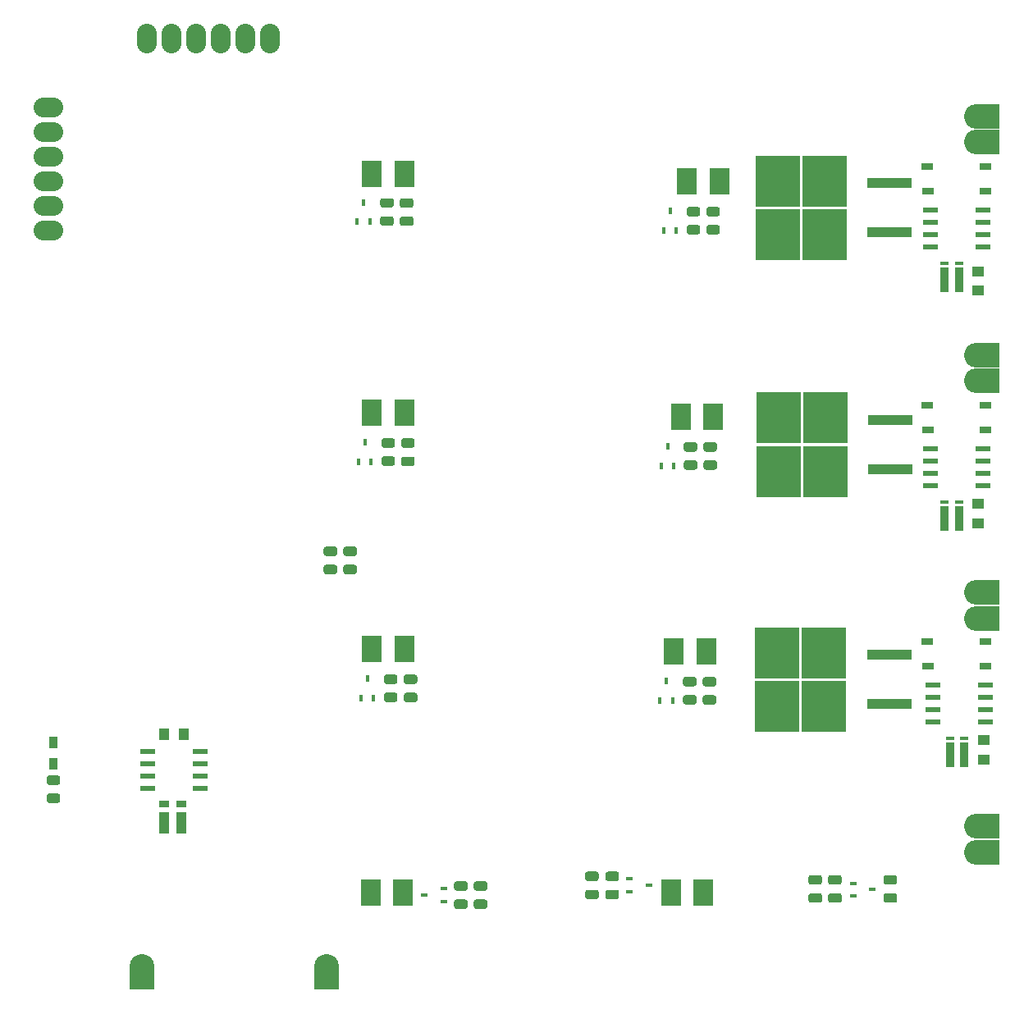
<source format=gbr>
%TF.GenerationSoftware,KiCad,Pcbnew,(5.1.9)-1*%
%TF.CreationDate,2021-06-30T11:05:27-04:00*%
%TF.ProjectId,charging_board_relay,63686172-6769-46e6-975f-626f6172645f,rev?*%
%TF.SameCoordinates,Original*%
%TF.FileFunction,Paste,Top*%
%TF.FilePolarity,Positive*%
%FSLAX46Y46*%
G04 Gerber Fmt 4.6, Leading zero omitted, Abs format (unit mm)*
G04 Created by KiCad (PCBNEW (5.1.9)-1) date 2021-06-30 11:05:27*
%MOMM*%
%LPD*%
G01*
G04 APERTURE LIST*
%ADD10R,1.200000X0.800000*%
%ADD11R,2.159000X2.743200*%
%ADD12R,1.000000X1.250000*%
%ADD13R,1.250000X1.000000*%
%ADD14R,0.900000X1.200000*%
%ADD15O,2.540000X3.556000*%
%ADD16R,2.540000X1.778000*%
%ADD17O,3.048000X2.032000*%
%ADD18O,2.032000X3.048000*%
%ADD19R,1.000000X2.320000*%
%ADD20R,1.000000X0.800000*%
%ADD21R,0.940000X2.650000*%
%ADD22R,0.940000X0.350000*%
%ADD23R,4.550000X5.250000*%
%ADD24R,4.600000X1.100000*%
%ADD25R,1.550000X0.600000*%
%ADD26O,3.556000X2.540000*%
%ADD27R,1.778000X2.540000*%
%ADD28R,0.450000X0.700000*%
%ADD29R,0.700000X0.450000*%
G04 APERTURE END LIST*
D10*
%TO.C,K9*%
X162718000Y-65786000D03*
X156718000Y-65786000D03*
X156749000Y-68326000D03*
X162718000Y-68326000D03*
%TD*%
%TO.C,K10*%
X162718000Y-90424000D03*
X156718000Y-90424000D03*
X156749000Y-92964000D03*
X162718000Y-92964000D03*
%TD*%
%TO.C,K11*%
X162718000Y-114808000D03*
X156718000Y-114808000D03*
X156749000Y-117348000D03*
X162718000Y-117348000D03*
%TD*%
D11*
%TO.C,D7*%
X130556000Y-115824000D03*
X133908800Y-115824000D03*
%TD*%
%TO.C,D3*%
X102768400Y-115570000D03*
X99415600Y-115570000D03*
%TD*%
%TO.C,R17*%
G36*
G01*
X134163750Y-69949000D02*
X135076250Y-69949000D01*
G75*
G02*
X135320000Y-70192750I0J-243750D01*
G01*
X135320000Y-70680250D01*
G75*
G02*
X135076250Y-70924000I-243750J0D01*
G01*
X134163750Y-70924000D01*
G75*
G02*
X133920000Y-70680250I0J243750D01*
G01*
X133920000Y-70192750D01*
G75*
G02*
X134163750Y-69949000I243750J0D01*
G01*
G37*
G36*
G01*
X134163750Y-71824000D02*
X135076250Y-71824000D01*
G75*
G02*
X135320000Y-72067750I0J-243750D01*
G01*
X135320000Y-72555250D01*
G75*
G02*
X135076250Y-72799000I-243750J0D01*
G01*
X134163750Y-72799000D01*
G75*
G02*
X133920000Y-72555250I0J243750D01*
G01*
X133920000Y-72067750D01*
G75*
G02*
X134163750Y-71824000I243750J0D01*
G01*
G37*
%TD*%
D12*
%TO.C,C1*%
X77994000Y-124333000D03*
X79994000Y-124333000D03*
%TD*%
D13*
%TO.C,C2*%
X161925000Y-78597000D03*
X161925000Y-76597000D03*
%TD*%
%TO.C,C3*%
X161925000Y-102600000D03*
X161925000Y-100600000D03*
%TD*%
%TO.C,C4*%
X162560000Y-124984000D03*
X162560000Y-126984000D03*
%TD*%
D11*
%TO.C,D1*%
X102768400Y-66548000D03*
X99415600Y-66548000D03*
%TD*%
%TO.C,D2*%
X102768400Y-91186000D03*
X99415600Y-91186000D03*
%TD*%
%TO.C,D4*%
X99288600Y-140716000D03*
X102641400Y-140716000D03*
%TD*%
%TO.C,D5*%
X131927600Y-67310000D03*
X135280400Y-67310000D03*
%TD*%
%TO.C,D6*%
X131267200Y-91567000D03*
X134620000Y-91567000D03*
%TD*%
%TO.C,D8*%
X130276600Y-140716000D03*
X133629400Y-140716000D03*
%TD*%
D14*
%TO.C,D9*%
X66548000Y-125222000D03*
X66548000Y-127422000D03*
%TD*%
D15*
%TO.C,J1*%
X75692000Y-148844000D03*
D16*
X75692000Y-149860000D03*
%TD*%
%TO.C,J3*%
X94742000Y-149860000D03*
D15*
X94742000Y-148844000D03*
%TD*%
D17*
%TO.C,J4*%
X66040000Y-72390000D03*
X66040000Y-69850000D03*
X66040000Y-67310000D03*
X66040000Y-64770000D03*
X66040000Y-62230000D03*
X66040000Y-59690000D03*
%TD*%
D18*
%TO.C,J5*%
X88900000Y-52578000D03*
X86360000Y-52578000D03*
X83820000Y-52578000D03*
X81280000Y-52578000D03*
X78740000Y-52578000D03*
X76200000Y-52578000D03*
%TD*%
%TO.C,R2*%
G36*
G01*
X97611250Y-105976000D02*
X96698750Y-105976000D01*
G75*
G02*
X96455000Y-105732250I0J243750D01*
G01*
X96455000Y-105244750D01*
G75*
G02*
X96698750Y-105001000I243750J0D01*
G01*
X97611250Y-105001000D01*
G75*
G02*
X97855000Y-105244750I0J-243750D01*
G01*
X97855000Y-105732250D01*
G75*
G02*
X97611250Y-105976000I-243750J0D01*
G01*
G37*
G36*
G01*
X97611250Y-107851000D02*
X96698750Y-107851000D01*
G75*
G02*
X96455000Y-107607250I0J243750D01*
G01*
X96455000Y-107119750D01*
G75*
G02*
X96698750Y-106876000I243750J0D01*
G01*
X97611250Y-106876000D01*
G75*
G02*
X97855000Y-107119750I0J-243750D01*
G01*
X97855000Y-107607250D01*
G75*
G02*
X97611250Y-107851000I-243750J0D01*
G01*
G37*
%TD*%
%TO.C,R3*%
G36*
G01*
X95579250Y-107851000D02*
X94666750Y-107851000D01*
G75*
G02*
X94423000Y-107607250I0J243750D01*
G01*
X94423000Y-107119750D01*
G75*
G02*
X94666750Y-106876000I243750J0D01*
G01*
X95579250Y-106876000D01*
G75*
G02*
X95823000Y-107119750I0J-243750D01*
G01*
X95823000Y-107607250D01*
G75*
G02*
X95579250Y-107851000I-243750J0D01*
G01*
G37*
G36*
G01*
X95579250Y-105976000D02*
X94666750Y-105976000D01*
G75*
G02*
X94423000Y-105732250I0J243750D01*
G01*
X94423000Y-105244750D01*
G75*
G02*
X94666750Y-105001000I243750J0D01*
G01*
X95579250Y-105001000D01*
G75*
G02*
X95823000Y-105244750I0J-243750D01*
G01*
X95823000Y-105732250D01*
G75*
G02*
X95579250Y-105976000I-243750J0D01*
G01*
G37*
%TD*%
D19*
%TO.C,R4*%
X78006000Y-133512000D03*
X79756000Y-133512000D03*
D20*
X78006000Y-131572000D03*
X79756000Y-131572000D03*
%TD*%
%TO.C,R9*%
G36*
G01*
X102540750Y-69060000D02*
X103453250Y-69060000D01*
G75*
G02*
X103697000Y-69303750I0J-243750D01*
G01*
X103697000Y-69791250D01*
G75*
G02*
X103453250Y-70035000I-243750J0D01*
G01*
X102540750Y-70035000D01*
G75*
G02*
X102297000Y-69791250I0J243750D01*
G01*
X102297000Y-69303750D01*
G75*
G02*
X102540750Y-69060000I243750J0D01*
G01*
G37*
G36*
G01*
X102540750Y-70935000D02*
X103453250Y-70935000D01*
G75*
G02*
X103697000Y-71178750I0J-243750D01*
G01*
X103697000Y-71666250D01*
G75*
G02*
X103453250Y-71910000I-243750J0D01*
G01*
X102540750Y-71910000D01*
G75*
G02*
X102297000Y-71666250I0J243750D01*
G01*
X102297000Y-71178750D01*
G75*
G02*
X102540750Y-70935000I243750J0D01*
G01*
G37*
%TD*%
%TO.C,R10*%
G36*
G01*
X102667750Y-93837700D02*
X103580250Y-93837700D01*
G75*
G02*
X103824000Y-94081450I0J-243750D01*
G01*
X103824000Y-94568950D01*
G75*
G02*
X103580250Y-94812700I-243750J0D01*
G01*
X102667750Y-94812700D01*
G75*
G02*
X102424000Y-94568950I0J243750D01*
G01*
X102424000Y-94081450D01*
G75*
G02*
X102667750Y-93837700I243750J0D01*
G01*
G37*
G36*
G01*
X102667750Y-95712700D02*
X103580250Y-95712700D01*
G75*
G02*
X103824000Y-95956450I0J-243750D01*
G01*
X103824000Y-96443950D01*
G75*
G02*
X103580250Y-96687700I-243750J0D01*
G01*
X102667750Y-96687700D01*
G75*
G02*
X102424000Y-96443950I0J243750D01*
G01*
X102424000Y-95956450D01*
G75*
G02*
X102667750Y-95712700I243750J0D01*
G01*
G37*
%TD*%
%TO.C,R11*%
G36*
G01*
X102947150Y-118211300D02*
X103859650Y-118211300D01*
G75*
G02*
X104103400Y-118455050I0J-243750D01*
G01*
X104103400Y-118942550D01*
G75*
G02*
X103859650Y-119186300I-243750J0D01*
G01*
X102947150Y-119186300D01*
G75*
G02*
X102703400Y-118942550I0J243750D01*
G01*
X102703400Y-118455050D01*
G75*
G02*
X102947150Y-118211300I243750J0D01*
G01*
G37*
G36*
G01*
X102947150Y-120086300D02*
X103859650Y-120086300D01*
G75*
G02*
X104103400Y-120330050I0J-243750D01*
G01*
X104103400Y-120817550D01*
G75*
G02*
X103859650Y-121061300I-243750J0D01*
G01*
X102947150Y-121061300D01*
G75*
G02*
X102703400Y-120817550I0J243750D01*
G01*
X102703400Y-120330050D01*
G75*
G02*
X102947150Y-120086300I243750J0D01*
G01*
G37*
%TD*%
%TO.C,R12*%
G36*
G01*
X110160750Y-139545000D02*
X111073250Y-139545000D01*
G75*
G02*
X111317000Y-139788750I0J-243750D01*
G01*
X111317000Y-140276250D01*
G75*
G02*
X111073250Y-140520000I-243750J0D01*
G01*
X110160750Y-140520000D01*
G75*
G02*
X109917000Y-140276250I0J243750D01*
G01*
X109917000Y-139788750D01*
G75*
G02*
X110160750Y-139545000I243750J0D01*
G01*
G37*
G36*
G01*
X110160750Y-141420000D02*
X111073250Y-141420000D01*
G75*
G02*
X111317000Y-141663750I0J-243750D01*
G01*
X111317000Y-142151250D01*
G75*
G02*
X111073250Y-142395000I-243750J0D01*
G01*
X110160750Y-142395000D01*
G75*
G02*
X109917000Y-142151250I0J243750D01*
G01*
X109917000Y-141663750D01*
G75*
G02*
X110160750Y-141420000I243750J0D01*
G01*
G37*
%TD*%
%TO.C,R18*%
G36*
G01*
X133858950Y-94229100D02*
X134771450Y-94229100D01*
G75*
G02*
X135015200Y-94472850I0J-243750D01*
G01*
X135015200Y-94960350D01*
G75*
G02*
X134771450Y-95204100I-243750J0D01*
G01*
X133858950Y-95204100D01*
G75*
G02*
X133615200Y-94960350I0J243750D01*
G01*
X133615200Y-94472850D01*
G75*
G02*
X133858950Y-94229100I243750J0D01*
G01*
G37*
G36*
G01*
X133858950Y-96104100D02*
X134771450Y-96104100D01*
G75*
G02*
X135015200Y-96347850I0J-243750D01*
G01*
X135015200Y-96835350D01*
G75*
G02*
X134771450Y-97079100I-243750J0D01*
G01*
X133858950Y-97079100D01*
G75*
G02*
X133615200Y-96835350I0J243750D01*
G01*
X133615200Y-96347850D01*
G75*
G02*
X133858950Y-96104100I243750J0D01*
G01*
G37*
%TD*%
%TO.C,R19*%
G36*
G01*
X133782750Y-120338000D02*
X134695250Y-120338000D01*
G75*
G02*
X134939000Y-120581750I0J-243750D01*
G01*
X134939000Y-121069250D01*
G75*
G02*
X134695250Y-121313000I-243750J0D01*
G01*
X133782750Y-121313000D01*
G75*
G02*
X133539000Y-121069250I0J243750D01*
G01*
X133539000Y-120581750D01*
G75*
G02*
X133782750Y-120338000I243750J0D01*
G01*
G37*
G36*
G01*
X133782750Y-118463000D02*
X134695250Y-118463000D01*
G75*
G02*
X134939000Y-118706750I0J-243750D01*
G01*
X134939000Y-119194250D01*
G75*
G02*
X134695250Y-119438000I-243750J0D01*
G01*
X133782750Y-119438000D01*
G75*
G02*
X133539000Y-119194250I0J243750D01*
G01*
X133539000Y-118706750D01*
G75*
G02*
X133782750Y-118463000I243750J0D01*
G01*
G37*
%TD*%
%TO.C,R20*%
G36*
G01*
X121654250Y-138544000D02*
X122566750Y-138544000D01*
G75*
G02*
X122810500Y-138787750I0J-243750D01*
G01*
X122810500Y-139275250D01*
G75*
G02*
X122566750Y-139519000I-243750J0D01*
G01*
X121654250Y-139519000D01*
G75*
G02*
X121410500Y-139275250I0J243750D01*
G01*
X121410500Y-138787750D01*
G75*
G02*
X121654250Y-138544000I243750J0D01*
G01*
G37*
G36*
G01*
X121654250Y-140419000D02*
X122566750Y-140419000D01*
G75*
G02*
X122810500Y-140662750I0J-243750D01*
G01*
X122810500Y-141150250D01*
G75*
G02*
X122566750Y-141394000I-243750J0D01*
G01*
X121654250Y-141394000D01*
G75*
G02*
X121410500Y-141150250I0J243750D01*
G01*
X121410500Y-140662750D01*
G75*
G02*
X121654250Y-140419000I243750J0D01*
G01*
G37*
%TD*%
D21*
%TO.C,R21*%
X158518000Y-77491000D03*
X159998000Y-77491000D03*
D22*
X158518000Y-75791000D03*
X159998000Y-75791000D03*
%TD*%
D23*
%TO.C,R22*%
X146112800Y-67278200D03*
X141262800Y-72828200D03*
X146112800Y-72828200D03*
X141262800Y-67278200D03*
D24*
X152837800Y-67513200D03*
X152837800Y-72593200D03*
%TD*%
D22*
%TO.C,R23*%
X159998000Y-100429000D03*
X158518000Y-100429000D03*
D21*
X159998000Y-102129000D03*
X158518000Y-102129000D03*
%TD*%
D24*
%TO.C,R24*%
X152914000Y-97028000D03*
X152914000Y-91948000D03*
D23*
X141339000Y-91713000D03*
X146189000Y-97263000D03*
X141339000Y-97263000D03*
X146189000Y-91713000D03*
%TD*%
D22*
%TO.C,R25*%
X160528000Y-124813000D03*
X159048000Y-124813000D03*
D21*
X160528000Y-126513000D03*
X159048000Y-126513000D03*
%TD*%
D23*
%TO.C,R26*%
X146050000Y-115951000D03*
X141200000Y-121501000D03*
X146050000Y-121501000D03*
X141200000Y-115951000D03*
D24*
X152775000Y-116186000D03*
X152775000Y-121266000D03*
%TD*%
%TO.C,R27*%
G36*
G01*
X66091750Y-128623000D02*
X67004250Y-128623000D01*
G75*
G02*
X67248000Y-128866750I0J-243750D01*
G01*
X67248000Y-129354250D01*
G75*
G02*
X67004250Y-129598000I-243750J0D01*
G01*
X66091750Y-129598000D01*
G75*
G02*
X65848000Y-129354250I0J243750D01*
G01*
X65848000Y-128866750D01*
G75*
G02*
X66091750Y-128623000I243750J0D01*
G01*
G37*
G36*
G01*
X66091750Y-130498000D02*
X67004250Y-130498000D01*
G75*
G02*
X67248000Y-130741750I0J-243750D01*
G01*
X67248000Y-131229250D01*
G75*
G02*
X67004250Y-131473000I-243750J0D01*
G01*
X66091750Y-131473000D01*
G75*
G02*
X65848000Y-131229250I0J243750D01*
G01*
X65848000Y-130741750D01*
G75*
G02*
X66091750Y-130498000I243750J0D01*
G01*
G37*
%TD*%
D25*
%TO.C,U2*%
X81694000Y-129921000D03*
X81694000Y-128651000D03*
X81694000Y-127381000D03*
X81694000Y-126111000D03*
X76294000Y-126111000D03*
X76294000Y-127381000D03*
X76294000Y-128651000D03*
X76294000Y-129921000D03*
%TD*%
%TO.C,U3*%
X157066000Y-74041000D03*
X157066000Y-72771000D03*
X157066000Y-71501000D03*
X157066000Y-70231000D03*
X162466000Y-70231000D03*
X162466000Y-71501000D03*
X162466000Y-72771000D03*
X162466000Y-74041000D03*
%TD*%
%TO.C,U4*%
X162466000Y-98679000D03*
X162466000Y-97409000D03*
X162466000Y-96139000D03*
X162466000Y-94869000D03*
X157066000Y-94869000D03*
X157066000Y-96139000D03*
X157066000Y-97409000D03*
X157066000Y-98679000D03*
%TD*%
%TO.C,U5*%
X157320000Y-123063000D03*
X157320000Y-121793000D03*
X157320000Y-120523000D03*
X157320000Y-119253000D03*
X162720000Y-119253000D03*
X162720000Y-120523000D03*
X162720000Y-121793000D03*
X162720000Y-123063000D03*
%TD*%
D26*
%TO.C,J6*%
X162306000Y-63246000D03*
D27*
X163322000Y-63246000D03*
X163322000Y-60579000D03*
D26*
X162306000Y-60579000D03*
%TD*%
%TO.C,J7*%
X162306000Y-85217000D03*
D27*
X163322000Y-85217000D03*
X163322000Y-87884000D03*
D26*
X162306000Y-87884000D03*
%TD*%
%TO.C,J8*%
X162306000Y-109728000D03*
D27*
X163322000Y-109728000D03*
X163322000Y-112395000D03*
D26*
X162306000Y-112395000D03*
%TD*%
%TO.C,J9*%
X162306000Y-136525000D03*
D27*
X163322000Y-136525000D03*
X163322000Y-133858000D03*
D26*
X162306000Y-133858000D03*
%TD*%
D28*
%TO.C,Q1*%
X98552000Y-69485000D03*
X99202000Y-71485000D03*
X97902000Y-71485000D03*
%TD*%
%TO.C,Q2*%
X98029000Y-96250000D03*
X99329000Y-96250000D03*
X98679000Y-94250000D03*
%TD*%
%TO.C,Q3*%
X98933000Y-118634000D03*
X99583000Y-120634000D03*
X98283000Y-120634000D03*
%TD*%
D29*
%TO.C,Q4*%
X106807000Y-141617500D03*
X106807000Y-140317500D03*
X104807000Y-140967500D03*
%TD*%
D28*
%TO.C,Q5*%
X130175000Y-70374000D03*
X130825000Y-72374000D03*
X129525000Y-72374000D03*
%TD*%
%TO.C,Q6*%
X129271000Y-96656400D03*
X130571000Y-96656400D03*
X129921000Y-94656400D03*
%TD*%
%TO.C,Q7*%
X129144000Y-120888000D03*
X130444000Y-120888000D03*
X129794000Y-118888000D03*
%TD*%
D29*
%TO.C,Q8*%
X128000000Y-139954000D03*
X126000000Y-140604000D03*
X126000000Y-139304000D03*
%TD*%
%TO.C,Q9*%
X151061001Y-140390001D03*
X149061001Y-141040001D03*
X149061001Y-139740001D03*
%TD*%
%TO.C,R1*%
G36*
G01*
X144704750Y-140785000D02*
X145617250Y-140785000D01*
G75*
G02*
X145861000Y-141028750I0J-243750D01*
G01*
X145861000Y-141516250D01*
G75*
G02*
X145617250Y-141760000I-243750J0D01*
G01*
X144704750Y-141760000D01*
G75*
G02*
X144461000Y-141516250I0J243750D01*
G01*
X144461000Y-141028750D01*
G75*
G02*
X144704750Y-140785000I243750J0D01*
G01*
G37*
G36*
G01*
X144704750Y-138910000D02*
X145617250Y-138910000D01*
G75*
G02*
X145861000Y-139153750I0J-243750D01*
G01*
X145861000Y-139641250D01*
G75*
G02*
X145617250Y-139885000I-243750J0D01*
G01*
X144704750Y-139885000D01*
G75*
G02*
X144461000Y-139641250I0J243750D01*
G01*
X144461000Y-139153750D01*
G75*
G02*
X144704750Y-138910000I243750J0D01*
G01*
G37*
%TD*%
%TO.C,R5*%
G36*
G01*
X100508750Y-70920000D02*
X101421250Y-70920000D01*
G75*
G02*
X101665000Y-71163750I0J-243750D01*
G01*
X101665000Y-71651250D01*
G75*
G02*
X101421250Y-71895000I-243750J0D01*
G01*
X100508750Y-71895000D01*
G75*
G02*
X100265000Y-71651250I0J243750D01*
G01*
X100265000Y-71163750D01*
G75*
G02*
X100508750Y-70920000I243750J0D01*
G01*
G37*
G36*
G01*
X100508750Y-69045000D02*
X101421250Y-69045000D01*
G75*
G02*
X101665000Y-69288750I0J-243750D01*
G01*
X101665000Y-69776250D01*
G75*
G02*
X101421250Y-70020000I-243750J0D01*
G01*
X100508750Y-70020000D01*
G75*
G02*
X100265000Y-69776250I0J243750D01*
G01*
X100265000Y-69288750D01*
G75*
G02*
X100508750Y-69045000I243750J0D01*
G01*
G37*
%TD*%
%TO.C,R6*%
G36*
G01*
X100635750Y-95700000D02*
X101548250Y-95700000D01*
G75*
G02*
X101792000Y-95943750I0J-243750D01*
G01*
X101792000Y-96431250D01*
G75*
G02*
X101548250Y-96675000I-243750J0D01*
G01*
X100635750Y-96675000D01*
G75*
G02*
X100392000Y-96431250I0J243750D01*
G01*
X100392000Y-95943750D01*
G75*
G02*
X100635750Y-95700000I243750J0D01*
G01*
G37*
G36*
G01*
X100635750Y-93825000D02*
X101548250Y-93825000D01*
G75*
G02*
X101792000Y-94068750I0J-243750D01*
G01*
X101792000Y-94556250D01*
G75*
G02*
X101548250Y-94800000I-243750J0D01*
G01*
X100635750Y-94800000D01*
G75*
G02*
X100392000Y-94556250I0J243750D01*
G01*
X100392000Y-94068750D01*
G75*
G02*
X100635750Y-93825000I243750J0D01*
G01*
G37*
%TD*%
%TO.C,R7*%
G36*
G01*
X100889750Y-120084000D02*
X101802250Y-120084000D01*
G75*
G02*
X102046000Y-120327750I0J-243750D01*
G01*
X102046000Y-120815250D01*
G75*
G02*
X101802250Y-121059000I-243750J0D01*
G01*
X100889750Y-121059000D01*
G75*
G02*
X100646000Y-120815250I0J243750D01*
G01*
X100646000Y-120327750D01*
G75*
G02*
X100889750Y-120084000I243750J0D01*
G01*
G37*
G36*
G01*
X100889750Y-118209000D02*
X101802250Y-118209000D01*
G75*
G02*
X102046000Y-118452750I0J-243750D01*
G01*
X102046000Y-118940250D01*
G75*
G02*
X101802250Y-119184000I-243750J0D01*
G01*
X100889750Y-119184000D01*
G75*
G02*
X100646000Y-118940250I0J243750D01*
G01*
X100646000Y-118452750D01*
G75*
G02*
X100889750Y-118209000I243750J0D01*
G01*
G37*
%TD*%
%TO.C,R8*%
G36*
G01*
X109041250Y-142395000D02*
X108128750Y-142395000D01*
G75*
G02*
X107885000Y-142151250I0J243750D01*
G01*
X107885000Y-141663750D01*
G75*
G02*
X108128750Y-141420000I243750J0D01*
G01*
X109041250Y-141420000D01*
G75*
G02*
X109285000Y-141663750I0J-243750D01*
G01*
X109285000Y-142151250D01*
G75*
G02*
X109041250Y-142395000I-243750J0D01*
G01*
G37*
G36*
G01*
X109041250Y-140520000D02*
X108128750Y-140520000D01*
G75*
G02*
X107885000Y-140276250I0J243750D01*
G01*
X107885000Y-139788750D01*
G75*
G02*
X108128750Y-139545000I243750J0D01*
G01*
X109041250Y-139545000D01*
G75*
G02*
X109285000Y-139788750I0J-243750D01*
G01*
X109285000Y-140276250D01*
G75*
G02*
X109041250Y-140520000I-243750J0D01*
G01*
G37*
%TD*%
%TO.C,R13*%
G36*
G01*
X132131750Y-69949000D02*
X133044250Y-69949000D01*
G75*
G02*
X133288000Y-70192750I0J-243750D01*
G01*
X133288000Y-70680250D01*
G75*
G02*
X133044250Y-70924000I-243750J0D01*
G01*
X132131750Y-70924000D01*
G75*
G02*
X131888000Y-70680250I0J243750D01*
G01*
X131888000Y-70192750D01*
G75*
G02*
X132131750Y-69949000I243750J0D01*
G01*
G37*
G36*
G01*
X132131750Y-71824000D02*
X133044250Y-71824000D01*
G75*
G02*
X133288000Y-72067750I0J-243750D01*
G01*
X133288000Y-72555250D01*
G75*
G02*
X133044250Y-72799000I-243750J0D01*
G01*
X132131750Y-72799000D01*
G75*
G02*
X131888000Y-72555250I0J243750D01*
G01*
X131888000Y-72067750D01*
G75*
G02*
X132131750Y-71824000I243750J0D01*
G01*
G37*
%TD*%
%TO.C,R14*%
G36*
G01*
X131826950Y-94231400D02*
X132739450Y-94231400D01*
G75*
G02*
X132983200Y-94475150I0J-243750D01*
G01*
X132983200Y-94962650D01*
G75*
G02*
X132739450Y-95206400I-243750J0D01*
G01*
X131826950Y-95206400D01*
G75*
G02*
X131583200Y-94962650I0J243750D01*
G01*
X131583200Y-94475150D01*
G75*
G02*
X131826950Y-94231400I243750J0D01*
G01*
G37*
G36*
G01*
X131826950Y-96106400D02*
X132739450Y-96106400D01*
G75*
G02*
X132983200Y-96350150I0J-243750D01*
G01*
X132983200Y-96837650D01*
G75*
G02*
X132739450Y-97081400I-243750J0D01*
G01*
X131826950Y-97081400D01*
G75*
G02*
X131583200Y-96837650I0J243750D01*
G01*
X131583200Y-96350150D01*
G75*
G02*
X131826950Y-96106400I243750J0D01*
G01*
G37*
%TD*%
%TO.C,R15*%
G36*
G01*
X131750750Y-118448000D02*
X132663250Y-118448000D01*
G75*
G02*
X132907000Y-118691750I0J-243750D01*
G01*
X132907000Y-119179250D01*
G75*
G02*
X132663250Y-119423000I-243750J0D01*
G01*
X131750750Y-119423000D01*
G75*
G02*
X131507000Y-119179250I0J243750D01*
G01*
X131507000Y-118691750D01*
G75*
G02*
X131750750Y-118448000I243750J0D01*
G01*
G37*
G36*
G01*
X131750750Y-120323000D02*
X132663250Y-120323000D01*
G75*
G02*
X132907000Y-120566750I0J-243750D01*
G01*
X132907000Y-121054250D01*
G75*
G02*
X132663250Y-121298000I-243750J0D01*
G01*
X131750750Y-121298000D01*
G75*
G02*
X131507000Y-121054250I0J243750D01*
G01*
X131507000Y-120566750D01*
G75*
G02*
X131750750Y-120323000I243750J0D01*
G01*
G37*
%TD*%
%TO.C,R16*%
G36*
G01*
X123749750Y-140427100D02*
X124662250Y-140427100D01*
G75*
G02*
X124906000Y-140670850I0J-243750D01*
G01*
X124906000Y-141158350D01*
G75*
G02*
X124662250Y-141402100I-243750J0D01*
G01*
X123749750Y-141402100D01*
G75*
G02*
X123506000Y-141158350I0J243750D01*
G01*
X123506000Y-140670850D01*
G75*
G02*
X123749750Y-140427100I243750J0D01*
G01*
G37*
G36*
G01*
X123749750Y-138552100D02*
X124662250Y-138552100D01*
G75*
G02*
X124906000Y-138795850I0J-243750D01*
G01*
X124906000Y-139283350D01*
G75*
G02*
X124662250Y-139527100I-243750J0D01*
G01*
X123749750Y-139527100D01*
G75*
G02*
X123506000Y-139283350I0J243750D01*
G01*
X123506000Y-138795850D01*
G75*
G02*
X123749750Y-138552100I243750J0D01*
G01*
G37*
%TD*%
%TO.C,R28*%
G36*
G01*
X147649250Y-139885000D02*
X146736750Y-139885000D01*
G75*
G02*
X146493000Y-139641250I0J243750D01*
G01*
X146493000Y-139153750D01*
G75*
G02*
X146736750Y-138910000I243750J0D01*
G01*
X147649250Y-138910000D01*
G75*
G02*
X147893000Y-139153750I0J-243750D01*
G01*
X147893000Y-139641250D01*
G75*
G02*
X147649250Y-139885000I-243750J0D01*
G01*
G37*
G36*
G01*
X147649250Y-141760000D02*
X146736750Y-141760000D01*
G75*
G02*
X146493000Y-141516250I0J243750D01*
G01*
X146493000Y-141028750D01*
G75*
G02*
X146736750Y-140785000I243750J0D01*
G01*
X147649250Y-140785000D01*
G75*
G02*
X147893000Y-141028750I0J-243750D01*
G01*
X147893000Y-141516250D01*
G75*
G02*
X147649250Y-141760000I-243750J0D01*
G01*
G37*
%TD*%
%TO.C,R29*%
G36*
G01*
X152451750Y-138910000D02*
X153364250Y-138910000D01*
G75*
G02*
X153608000Y-139153750I0J-243750D01*
G01*
X153608000Y-139641250D01*
G75*
G02*
X153364250Y-139885000I-243750J0D01*
G01*
X152451750Y-139885000D01*
G75*
G02*
X152208000Y-139641250I0J243750D01*
G01*
X152208000Y-139153750D01*
G75*
G02*
X152451750Y-138910000I243750J0D01*
G01*
G37*
G36*
G01*
X152451750Y-140785000D02*
X153364250Y-140785000D01*
G75*
G02*
X153608000Y-141028750I0J-243750D01*
G01*
X153608000Y-141516250D01*
G75*
G02*
X153364250Y-141760000I-243750J0D01*
G01*
X152451750Y-141760000D01*
G75*
G02*
X152208000Y-141516250I0J243750D01*
G01*
X152208000Y-141028750D01*
G75*
G02*
X152451750Y-140785000I243750J0D01*
G01*
G37*
%TD*%
M02*

</source>
